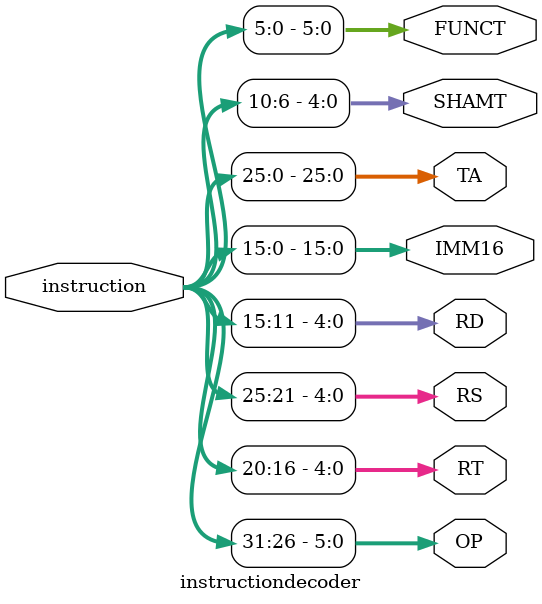
<source format=v>

module instructiondecoder
(
    output [5:0]    OP,     // 31:26 bits of all types [operation]
    output [4:0]    RT,     // 20:16 bits of I-type & R-type
    output [4:0]    RS,     // 25:21 bits of I-type & R-type
    output [4:0]    RD,     // 15:11 bits of R-type
    output [15:0]   IMM16,  // 15:0 bits of I-type [16-bit immediate]
    output [25:0]   TA,     // 25:0 bit of J-type [target address]
    output [4:0]    SHAMT,  // 10:6 bits of R-type [shift amount]
    output [5:0]    FUNCT,  // 5:0 bits of R-type [function]
    input  [31:0]   instruction  // 32 bits of instruction from instruction memory
);

    assign OP = instruction[31:26];
    assign RT = instruction[20:16];
    assign RS = instruction[25:21];
    assign RD = instruction[15:11];
    assign IMM16 = instruction[15:0];
    assign TA = instruction[25:0];
    assign SHAMT = instruction[10:6];
    assign FUNCT = instruction[5:0];

endmodule

</source>
